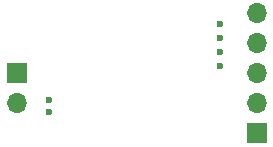
<source format=gts>
G04 #@! TF.GenerationSoftware,KiCad,Pcbnew,8.0.1-8.0.1-1~ubuntu22.04.1*
G04 #@! TF.CreationDate,2024-04-21T13:26:12+00:00*
G04 #@! TF.ProjectId,vr-discrete,76722d64-6973-4637-9265-74652e6b6963,rev?*
G04 #@! TF.SameCoordinates,Original*
G04 #@! TF.FileFunction,Soldermask,Top*
G04 #@! TF.FilePolarity,Negative*
%FSLAX46Y46*%
G04 Gerber Fmt 4.6, Leading zero omitted, Abs format (unit mm)*
G04 Created by KiCad (PCBNEW 8.0.1-8.0.1-1~ubuntu22.04.1) date 2024-04-21 13:26:12*
%MOMM*%
%LPD*%
G01*
G04 APERTURE LIST*
%ADD10R,1.700000X1.700000*%
%ADD11O,1.700000X1.700000*%
%ADD12C,0.600000*%
G04 APERTURE END LIST*
D10*
G04 #@! TO.C,J1*
X2540000Y8255000D03*
D11*
X2540000Y5715000D03*
G04 #@! TD*
D12*
G04 #@! TO.C,M750*
X19730000Y10075000D03*
X19730000Y8875000D03*
X19730000Y11275000D03*
X19730000Y12475000D03*
X5305000Y6015000D03*
X5305000Y5015000D03*
G04 #@! TD*
D10*
G04 #@! TO.C,J2*
X22860000Y3175000D03*
D11*
X22860000Y5715000D03*
X22860000Y8255000D03*
X22860000Y10795000D03*
X22860000Y13335000D03*
G04 #@! TD*
M02*

</source>
